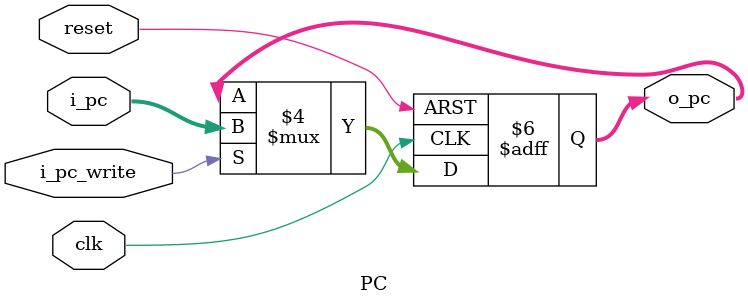
<source format=v>
`timescale 1ns / 1ps
module PC(reset,
          clk,
          i_pc_write,
          i_pc,
          o_pc);
    
    //Input Clock Signals
    input reset;
    input clk;
    
    //Input Control
    input i_pc_write;
    
    //Input PC
    input [31:0] i_pc;
    //Output PC
    output reg [31:0] o_pc;
    
    initial begin
        o_pc <= 0;
    end
    
    always@(posedge reset or posedge clk) begin
        if (reset) begin
            o_pc <= 0;
        end
        else if (i_pc_write) begin
            o_pc <= i_pc;
        end
        else begin
            o_pc <= o_pc;
        end
    end
    
endmodule

</source>
